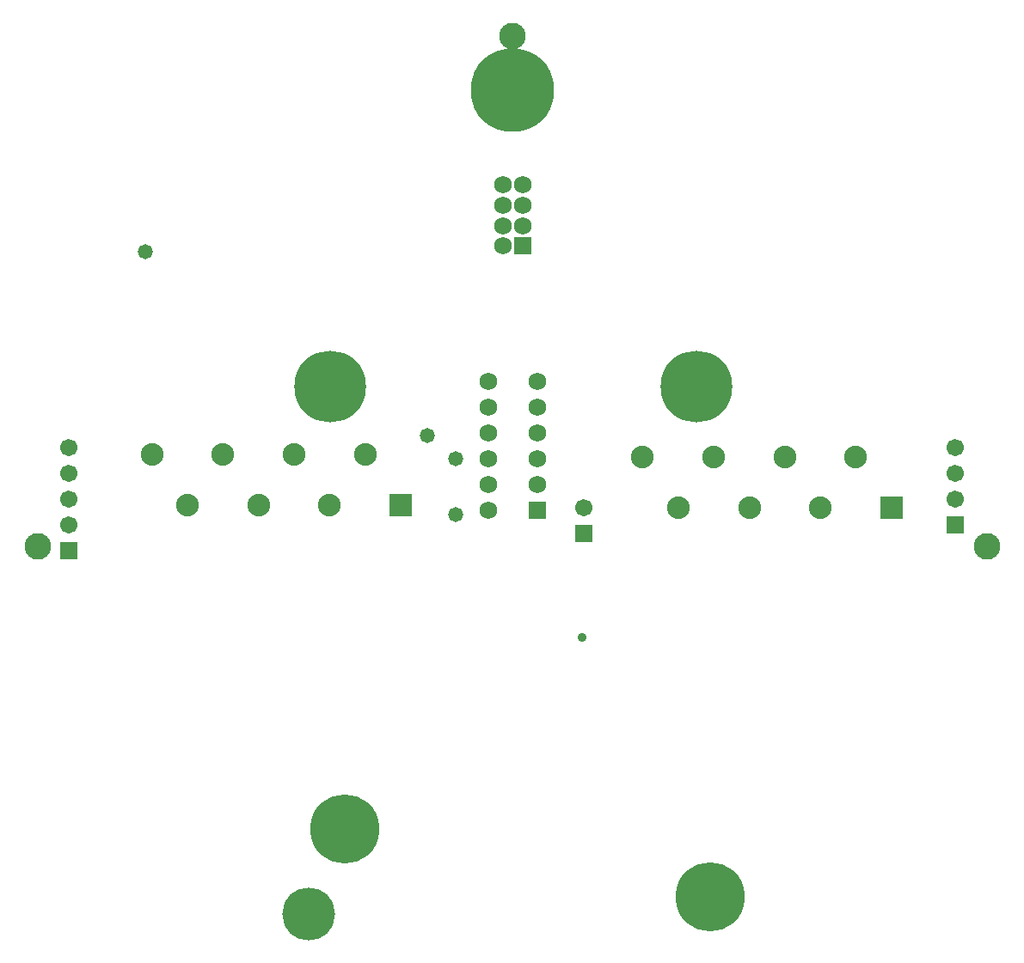
<source format=gts>
%FSLAX23Y23*%
%MOIN*%
G70*
G01*
G75*
G04 Layer_Color=8388736*
%ADD10C,0.008*%
%ADD11C,0.010*%
%ADD12C,0.009*%
%ADD13C,0.020*%
%ADD14C,0.015*%
%ADD15C,0.030*%
%ADD16C,0.025*%
%ADD17C,0.080*%
%ADD18R,0.080X0.080*%
%ADD19C,0.260*%
%ADD20C,0.270*%
%ADD21R,0.060X0.060*%
%ADD22C,0.060*%
%ADD23C,0.059*%
%ADD24R,0.059X0.059*%
%ADD25C,0.260*%
%ADD26C,0.197*%
%ADD27C,0.315*%
%ADD28C,0.028*%
%ADD29C,0.050*%
%ADD30C,0.030*%
%ADD31C,0.040*%
%ADD32C,0.040*%
%ADD33C,0.100*%
G04:AMPARAMS|DCode=34|XSize=98mil|YSize=98mil|CornerRadius=0mil|HoleSize=0mil|Usage=FLASHONLY|Rotation=0.000|XOffset=0mil|YOffset=0mil|HoleType=Round|Shape=Relief|Width=20mil|Gap=10mil|Entries=4|*
%AMTHD34*
7,0,0,0.098,0.078,0.020,45*
%
%ADD34THD34*%
%ADD35C,0.078*%
G04:AMPARAMS|DCode=36|XSize=210mil|YSize=210mil|CornerRadius=0mil|HoleSize=0mil|Usage=FLASHONLY|Rotation=0.000|XOffset=0mil|YOffset=0mil|HoleType=Round|Shape=Relief|Width=20mil|Gap=10mil|Entries=4|*
%AMTHD36*
7,0,0,0.210,0.190,0.020,45*
%
%ADD36THD36*%
%ADD37C,0.075*%
G04:AMPARAMS|DCode=38|XSize=95mil|YSize=95mil|CornerRadius=0mil|HoleSize=0mil|Usage=FLASHONLY|Rotation=0.000|XOffset=0mil|YOffset=0mil|HoleType=Round|Shape=Relief|Width=20mil|Gap=10mil|Entries=4|*
%AMTHD38*
7,0,0,0.095,0.075,0.020,45*
%
%ADD38THD38*%
%ADD39C,0.075*%
G04:AMPARAMS|DCode=40|XSize=95.433mil|YSize=95.433mil|CornerRadius=0mil|HoleSize=0mil|Usage=FLASHONLY|Rotation=0.000|XOffset=0mil|YOffset=0mil|HoleType=Round|Shape=Relief|Width=20mil|Gap=10mil|Entries=4|*
%AMTHD40*
7,0,0,0.095,0.075,0.020,45*
%
%ADD40THD40*%
%ADD41C,0.070*%
G04:AMPARAMS|DCode=42|XSize=90mil|YSize=90mil|CornerRadius=0mil|HoleSize=0mil|Usage=FLASHONLY|Rotation=0.000|XOffset=0mil|YOffset=0mil|HoleType=Round|Shape=Relief|Width=20mil|Gap=10mil|Entries=4|*
%AMTHD42*
7,0,0,0.090,0.070,0.020,45*
%
%ADD42THD42*%
%ADD43C,0.300*%
%ADD44C,0.237*%
%ADD45C,0.355*%
%ADD46C,0.051*%
%ADD47C,0.068*%
%ADD48C,0.052*%
%ADD49C,0.007*%
%ADD50C,0.190*%
%ADD51R,0.014X0.067*%
%ADD52R,0.035X0.014*%
%ADD53R,0.020X0.049*%
%ADD54R,0.040X0.050*%
%ADD55R,0.040X0.040*%
%ADD56R,0.039X0.094*%
%ADD57R,0.130X0.094*%
%ADD58O,0.087X0.024*%
%ADD59O,0.073X0.024*%
%ADD60R,0.024X0.016*%
%ADD61R,0.055X0.138*%
%ADD62R,0.059X0.057*%
%ADD63R,0.043X0.045*%
%ADD64R,0.035X0.055*%
%ADD65R,0.087X0.055*%
%ADD66R,0.118X0.098*%
%ADD67O,0.012X0.069*%
%ADD68O,0.069X0.012*%
%ADD69R,0.075X0.043*%
%ADD70R,0.033X0.021*%
%ADD71R,0.033X0.010*%
%ADD72R,0.045X0.043*%
%ADD73R,0.055X0.035*%
%ADD74R,0.055X0.087*%
%ADD75R,0.014X0.035*%
%ADD76R,0.057X0.059*%
%ADD77R,0.050X0.040*%
%ADD78R,0.040X0.040*%
%ADD79R,0.021X0.033*%
%ADD80R,0.010X0.033*%
%ADD81C,0.012*%
%ADD82C,0.004*%
%ADD83C,0.008*%
%ADD84C,0.001*%
%ADD85C,0.006*%
%ADD86C,0.088*%
%ADD87R,0.088X0.088*%
%ADD88C,0.268*%
%ADD89C,0.278*%
%ADD90R,0.068X0.068*%
%ADD91C,0.067*%
%ADD92R,0.067X0.067*%
%ADD93C,0.103*%
%ADD94C,0.268*%
%ADD95C,0.205*%
%ADD96C,0.323*%
%ADD97C,0.036*%
%ADD98C,0.058*%
D47*
X-39Y1166D02*
D03*
X40Y1245D02*
D03*
X-39D02*
D03*
X40Y1323D02*
D03*
X-39D02*
D03*
X40Y1402D02*
D03*
X-39D02*
D03*
X-96Y140D02*
D03*
X95Y240D02*
D03*
X-96D02*
D03*
X95Y340D02*
D03*
X-96D02*
D03*
X95Y440D02*
D03*
X-96D02*
D03*
X95Y540D02*
D03*
X-96D02*
D03*
X95Y640D02*
D03*
X-96D02*
D03*
D86*
X503Y346D02*
D03*
X641Y149D02*
D03*
X779Y346D02*
D03*
X917Y149D02*
D03*
X1055Y346D02*
D03*
X1192Y149D02*
D03*
X1330Y346D02*
D03*
X-572Y356D02*
D03*
X-710Y159D02*
D03*
X-848Y356D02*
D03*
X-986Y159D02*
D03*
X-1124Y356D02*
D03*
X-1261Y159D02*
D03*
X-1399Y356D02*
D03*
D87*
X1468Y149D02*
D03*
X-435Y159D02*
D03*
D88*
X-652Y-1097D02*
D03*
D89*
X-709Y619D02*
D03*
X712Y620D02*
D03*
D90*
X40Y1166D02*
D03*
X95Y140D02*
D03*
D91*
X-1720Y385D02*
D03*
Y285D02*
D03*
Y185D02*
D03*
Y85D02*
D03*
X1715Y185D02*
D03*
Y285D02*
D03*
Y385D02*
D03*
X275Y150D02*
D03*
D92*
X-1720Y-15D02*
D03*
X1715Y85D02*
D03*
X275Y50D02*
D03*
D93*
X-1842Y0D02*
D03*
X0Y1981D02*
D03*
X1837Y0D02*
D03*
D94*
X764Y-1359D02*
D03*
D95*
X-792Y-1425D02*
D03*
D96*
X0Y1770D02*
D03*
D97*
X268Y-352D02*
D03*
D98*
X-1425Y1145D02*
D03*
X-330Y430D02*
D03*
X-220Y340D02*
D03*
Y125D02*
D03*
M02*

</source>
